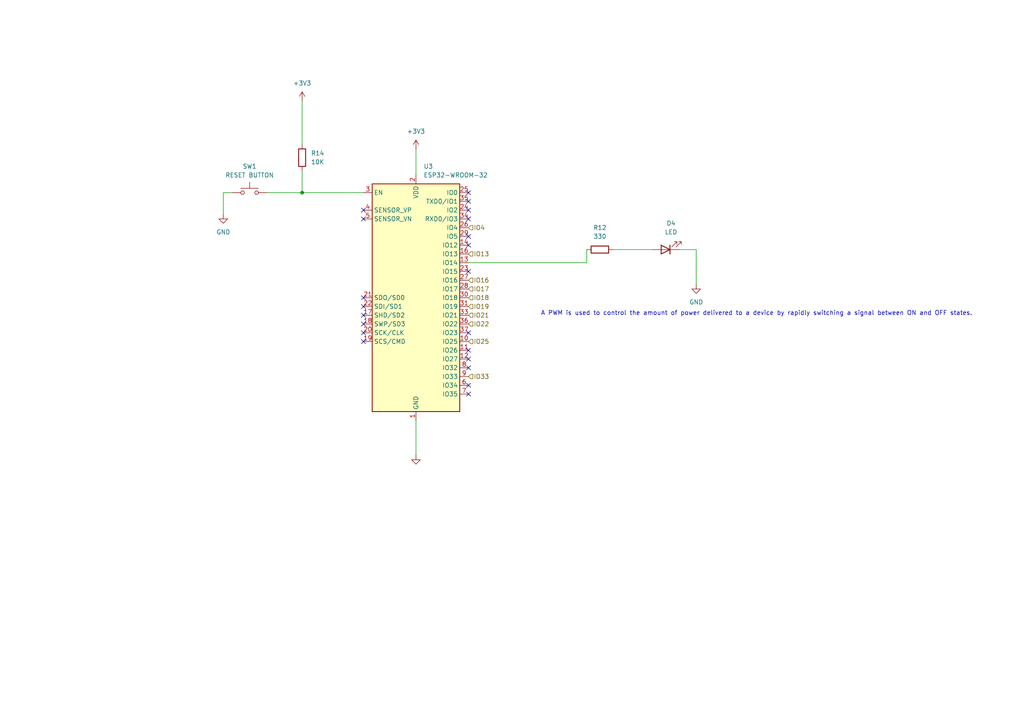
<source format=kicad_sch>
(kicad_sch
	(version 20231120)
	(generator "eeschema")
	(generator_version "8.0")
	(uuid "b27bed1e-0a68-4cc8-afcc-065b9608c4de")
	(paper "A4")
	(title_block
		(title "FARMTY MICROCONTROLLER ")
		(date "2025-02-20")
		(rev "1")
		(company "NGA ")
		(comment 1 "designed by Allan Ng'a ng'a Gacheru")
	)
	(lib_symbols
		(symbol "Device:LED"
			(pin_numbers hide)
			(pin_names
				(offset 1.016) hide)
			(exclude_from_sim no)
			(in_bom yes)
			(on_board yes)
			(property "Reference" "D"
				(at 0 2.54 0)
				(effects
					(font
						(size 1.27 1.27)
					)
				)
			)
			(property "Value" "LED"
				(at 0 -2.54 0)
				(effects
					(font
						(size 1.27 1.27)
					)
				)
			)
			(property "Footprint" ""
				(at 0 0 0)
				(effects
					(font
						(size 1.27 1.27)
					)
					(hide yes)
				)
			)
			(property "Datasheet" "~"
				(at 0 0 0)
				(effects
					(font
						(size 1.27 1.27)
					)
					(hide yes)
				)
			)
			(property "Description" "Light emitting diode"
				(at 0 0 0)
				(effects
					(font
						(size 1.27 1.27)
					)
					(hide yes)
				)
			)
			(property "ki_keywords" "LED diode"
				(at 0 0 0)
				(effects
					(font
						(size 1.27 1.27)
					)
					(hide yes)
				)
			)
			(property "ki_fp_filters" "LED* LED_SMD:* LED_THT:*"
				(at 0 0 0)
				(effects
					(font
						(size 1.27 1.27)
					)
					(hide yes)
				)
			)
			(symbol "LED_0_1"
				(polyline
					(pts
						(xy -1.27 -1.27) (xy -1.27 1.27)
					)
					(stroke
						(width 0.254)
						(type default)
					)
					(fill
						(type none)
					)
				)
				(polyline
					(pts
						(xy -1.27 0) (xy 1.27 0)
					)
					(stroke
						(width 0)
						(type default)
					)
					(fill
						(type none)
					)
				)
				(polyline
					(pts
						(xy 1.27 -1.27) (xy 1.27 1.27) (xy -1.27 0) (xy 1.27 -1.27)
					)
					(stroke
						(width 0.254)
						(type default)
					)
					(fill
						(type none)
					)
				)
				(polyline
					(pts
						(xy -3.048 -0.762) (xy -4.572 -2.286) (xy -3.81 -2.286) (xy -4.572 -2.286) (xy -4.572 -1.524)
					)
					(stroke
						(width 0)
						(type default)
					)
					(fill
						(type none)
					)
				)
				(polyline
					(pts
						(xy -1.778 -0.762) (xy -3.302 -2.286) (xy -2.54 -2.286) (xy -3.302 -2.286) (xy -3.302 -1.524)
					)
					(stroke
						(width 0)
						(type default)
					)
					(fill
						(type none)
					)
				)
			)
			(symbol "LED_1_1"
				(pin passive line
					(at -3.81 0 0)
					(length 2.54)
					(name "K"
						(effects
							(font
								(size 1.27 1.27)
							)
						)
					)
					(number "1"
						(effects
							(font
								(size 1.27 1.27)
							)
						)
					)
				)
				(pin passive line
					(at 3.81 0 180)
					(length 2.54)
					(name "A"
						(effects
							(font
								(size 1.27 1.27)
							)
						)
					)
					(number "2"
						(effects
							(font
								(size 1.27 1.27)
							)
						)
					)
				)
			)
		)
		(symbol "Device:R"
			(pin_numbers hide)
			(pin_names
				(offset 0)
			)
			(exclude_from_sim no)
			(in_bom yes)
			(on_board yes)
			(property "Reference" "R"
				(at 2.032 0 90)
				(effects
					(font
						(size 1.27 1.27)
					)
				)
			)
			(property "Value" "R"
				(at 0 0 90)
				(effects
					(font
						(size 1.27 1.27)
					)
				)
			)
			(property "Footprint" ""
				(at -1.778 0 90)
				(effects
					(font
						(size 1.27 1.27)
					)
					(hide yes)
				)
			)
			(property "Datasheet" "~"
				(at 0 0 0)
				(effects
					(font
						(size 1.27 1.27)
					)
					(hide yes)
				)
			)
			(property "Description" "Resistor"
				(at 0 0 0)
				(effects
					(font
						(size 1.27 1.27)
					)
					(hide yes)
				)
			)
			(property "ki_keywords" "R res resistor"
				(at 0 0 0)
				(effects
					(font
						(size 1.27 1.27)
					)
					(hide yes)
				)
			)
			(property "ki_fp_filters" "R_*"
				(at 0 0 0)
				(effects
					(font
						(size 1.27 1.27)
					)
					(hide yes)
				)
			)
			(symbol "R_0_1"
				(rectangle
					(start -1.016 -2.54)
					(end 1.016 2.54)
					(stroke
						(width 0.254)
						(type default)
					)
					(fill
						(type none)
					)
				)
			)
			(symbol "R_1_1"
				(pin passive line
					(at 0 3.81 270)
					(length 1.27)
					(name "~"
						(effects
							(font
								(size 1.27 1.27)
							)
						)
					)
					(number "1"
						(effects
							(font
								(size 1.27 1.27)
							)
						)
					)
				)
				(pin passive line
					(at 0 -3.81 90)
					(length 1.27)
					(name "~"
						(effects
							(font
								(size 1.27 1.27)
							)
						)
					)
					(number "2"
						(effects
							(font
								(size 1.27 1.27)
							)
						)
					)
				)
			)
		)
		(symbol "RF_Module:ESP32-WROOM-32"
			(exclude_from_sim no)
			(in_bom yes)
			(on_board yes)
			(property "Reference" "U"
				(at -12.7 34.29 0)
				(effects
					(font
						(size 1.27 1.27)
					)
					(justify left)
				)
			)
			(property "Value" "ESP32-WROOM-32"
				(at 1.27 34.29 0)
				(effects
					(font
						(size 1.27 1.27)
					)
					(justify left)
				)
			)
			(property "Footprint" "RF_Module:ESP32-WROOM-32"
				(at 0 -38.1 0)
				(effects
					(font
						(size 1.27 1.27)
					)
					(hide yes)
				)
			)
			(property "Datasheet" "https://www.espressif.com/sites/default/files/documentation/esp32-wroom-32_datasheet_en.pdf"
				(at -7.62 1.27 0)
				(effects
					(font
						(size 1.27 1.27)
					)
					(hide yes)
				)
			)
			(property "Description" "RF Module, ESP32-D0WDQ6 SoC, Wi-Fi 802.11b/g/n, Bluetooth, BLE, 32-bit, 2.7-3.6V, onboard antenna, SMD"
				(at 0 0 0)
				(effects
					(font
						(size 1.27 1.27)
					)
					(hide yes)
				)
			)
			(property "ki_keywords" "RF Radio BT ESP ESP32 Espressif onboard PCB antenna"
				(at 0 0 0)
				(effects
					(font
						(size 1.27 1.27)
					)
					(hide yes)
				)
			)
			(property "ki_fp_filters" "ESP32?WROOM?32*"
				(at 0 0 0)
				(effects
					(font
						(size 1.27 1.27)
					)
					(hide yes)
				)
			)
			(symbol "ESP32-WROOM-32_0_1"
				(rectangle
					(start -12.7 33.02)
					(end 12.7 -33.02)
					(stroke
						(width 0.254)
						(type default)
					)
					(fill
						(type background)
					)
				)
			)
			(symbol "ESP32-WROOM-32_1_1"
				(pin power_in line
					(at 0 -35.56 90)
					(length 2.54)
					(name "GND"
						(effects
							(font
								(size 1.27 1.27)
							)
						)
					)
					(number "1"
						(effects
							(font
								(size 1.27 1.27)
							)
						)
					)
				)
				(pin bidirectional line
					(at 15.24 -12.7 180)
					(length 2.54)
					(name "IO25"
						(effects
							(font
								(size 1.27 1.27)
							)
						)
					)
					(number "10"
						(effects
							(font
								(size 1.27 1.27)
							)
						)
					)
				)
				(pin bidirectional line
					(at 15.24 -15.24 180)
					(length 2.54)
					(name "IO26"
						(effects
							(font
								(size 1.27 1.27)
							)
						)
					)
					(number "11"
						(effects
							(font
								(size 1.27 1.27)
							)
						)
					)
				)
				(pin bidirectional line
					(at 15.24 -17.78 180)
					(length 2.54)
					(name "IO27"
						(effects
							(font
								(size 1.27 1.27)
							)
						)
					)
					(number "12"
						(effects
							(font
								(size 1.27 1.27)
							)
						)
					)
				)
				(pin bidirectional line
					(at 15.24 10.16 180)
					(length 2.54)
					(name "IO14"
						(effects
							(font
								(size 1.27 1.27)
							)
						)
					)
					(number "13"
						(effects
							(font
								(size 1.27 1.27)
							)
						)
					)
				)
				(pin bidirectional line
					(at 15.24 15.24 180)
					(length 2.54)
					(name "IO12"
						(effects
							(font
								(size 1.27 1.27)
							)
						)
					)
					(number "14"
						(effects
							(font
								(size 1.27 1.27)
							)
						)
					)
				)
				(pin passive line
					(at 0 -35.56 90)
					(length 2.54) hide
					(name "GND"
						(effects
							(font
								(size 1.27 1.27)
							)
						)
					)
					(number "15"
						(effects
							(font
								(size 1.27 1.27)
							)
						)
					)
				)
				(pin bidirectional line
					(at 15.24 12.7 180)
					(length 2.54)
					(name "IO13"
						(effects
							(font
								(size 1.27 1.27)
							)
						)
					)
					(number "16"
						(effects
							(font
								(size 1.27 1.27)
							)
						)
					)
				)
				(pin bidirectional line
					(at -15.24 -5.08 0)
					(length 2.54)
					(name "SHD/SD2"
						(effects
							(font
								(size 1.27 1.27)
							)
						)
					)
					(number "17"
						(effects
							(font
								(size 1.27 1.27)
							)
						)
					)
				)
				(pin bidirectional line
					(at -15.24 -7.62 0)
					(length 2.54)
					(name "SWP/SD3"
						(effects
							(font
								(size 1.27 1.27)
							)
						)
					)
					(number "18"
						(effects
							(font
								(size 1.27 1.27)
							)
						)
					)
				)
				(pin bidirectional line
					(at -15.24 -12.7 0)
					(length 2.54)
					(name "SCS/CMD"
						(effects
							(font
								(size 1.27 1.27)
							)
						)
					)
					(number "19"
						(effects
							(font
								(size 1.27 1.27)
							)
						)
					)
				)
				(pin power_in line
					(at 0 35.56 270)
					(length 2.54)
					(name "VDD"
						(effects
							(font
								(size 1.27 1.27)
							)
						)
					)
					(number "2"
						(effects
							(font
								(size 1.27 1.27)
							)
						)
					)
				)
				(pin bidirectional line
					(at -15.24 -10.16 0)
					(length 2.54)
					(name "SCK/CLK"
						(effects
							(font
								(size 1.27 1.27)
							)
						)
					)
					(number "20"
						(effects
							(font
								(size 1.27 1.27)
							)
						)
					)
				)
				(pin bidirectional line
					(at -15.24 0 0)
					(length 2.54)
					(name "SDO/SD0"
						(effects
							(font
								(size 1.27 1.27)
							)
						)
					)
					(number "21"
						(effects
							(font
								(size 1.27 1.27)
							)
						)
					)
				)
				(pin bidirectional line
					(at -15.24 -2.54 0)
					(length 2.54)
					(name "SDI/SD1"
						(effects
							(font
								(size 1.27 1.27)
							)
						)
					)
					(number "22"
						(effects
							(font
								(size 1.27 1.27)
							)
						)
					)
				)
				(pin bidirectional line
					(at 15.24 7.62 180)
					(length 2.54)
					(name "IO15"
						(effects
							(font
								(size 1.27 1.27)
							)
						)
					)
					(number "23"
						(effects
							(font
								(size 1.27 1.27)
							)
						)
					)
				)
				(pin bidirectional line
					(at 15.24 25.4 180)
					(length 2.54)
					(name "IO2"
						(effects
							(font
								(size 1.27 1.27)
							)
						)
					)
					(number "24"
						(effects
							(font
								(size 1.27 1.27)
							)
						)
					)
				)
				(pin bidirectional line
					(at 15.24 30.48 180)
					(length 2.54)
					(name "IO0"
						(effects
							(font
								(size 1.27 1.27)
							)
						)
					)
					(number "25"
						(effects
							(font
								(size 1.27 1.27)
							)
						)
					)
				)
				(pin bidirectional line
					(at 15.24 20.32 180)
					(length 2.54)
					(name "IO4"
						(effects
							(font
								(size 1.27 1.27)
							)
						)
					)
					(number "26"
						(effects
							(font
								(size 1.27 1.27)
							)
						)
					)
				)
				(pin bidirectional line
					(at 15.24 5.08 180)
					(length 2.54)
					(name "IO16"
						(effects
							(font
								(size 1.27 1.27)
							)
						)
					)
					(number "27"
						(effects
							(font
								(size 1.27 1.27)
							)
						)
					)
				)
				(pin bidirectional line
					(at 15.24 2.54 180)
					(length 2.54)
					(name "IO17"
						(effects
							(font
								(size 1.27 1.27)
							)
						)
					)
					(number "28"
						(effects
							(font
								(size 1.27 1.27)
							)
						)
					)
				)
				(pin bidirectional line
					(at 15.24 17.78 180)
					(length 2.54)
					(name "IO5"
						(effects
							(font
								(size 1.27 1.27)
							)
						)
					)
					(number "29"
						(effects
							(font
								(size 1.27 1.27)
							)
						)
					)
				)
				(pin input line
					(at -15.24 30.48 0)
					(length 2.54)
					(name "EN"
						(effects
							(font
								(size 1.27 1.27)
							)
						)
					)
					(number "3"
						(effects
							(font
								(size 1.27 1.27)
							)
						)
					)
				)
				(pin bidirectional line
					(at 15.24 0 180)
					(length 2.54)
					(name "IO18"
						(effects
							(font
								(size 1.27 1.27)
							)
						)
					)
					(number "30"
						(effects
							(font
								(size 1.27 1.27)
							)
						)
					)
				)
				(pin bidirectional line
					(at 15.24 -2.54 180)
					(length 2.54)
					(name "IO19"
						(effects
							(font
								(size 1.27 1.27)
							)
						)
					)
					(number "31"
						(effects
							(font
								(size 1.27 1.27)
							)
						)
					)
				)
				(pin no_connect line
					(at -12.7 -27.94 0)
					(length 2.54) hide
					(name "NC"
						(effects
							(font
								(size 1.27 1.27)
							)
						)
					)
					(number "32"
						(effects
							(font
								(size 1.27 1.27)
							)
						)
					)
				)
				(pin bidirectional line
					(at 15.24 -5.08 180)
					(length 2.54)
					(name "IO21"
						(effects
							(font
								(size 1.27 1.27)
							)
						)
					)
					(number "33"
						(effects
							(font
								(size 1.27 1.27)
							)
						)
					)
				)
				(pin bidirectional line
					(at 15.24 22.86 180)
					(length 2.54)
					(name "RXD0/IO3"
						(effects
							(font
								(size 1.27 1.27)
							)
						)
					)
					(number "34"
						(effects
							(font
								(size 1.27 1.27)
							)
						)
					)
				)
				(pin bidirectional line
					(at 15.24 27.94 180)
					(length 2.54)
					(name "TXD0/IO1"
						(effects
							(font
								(size 1.27 1.27)
							)
						)
					)
					(number "35"
						(effects
							(font
								(size 1.27 1.27)
							)
						)
					)
				)
				(pin bidirectional line
					(at 15.24 -7.62 180)
					(length 2.54)
					(name "IO22"
						(effects
							(font
								(size 1.27 1.27)
							)
						)
					)
					(number "36"
						(effects
							(font
								(size 1.27 1.27)
							)
						)
					)
				)
				(pin bidirectional line
					(at 15.24 -10.16 180)
					(length 2.54)
					(name "IO23"
						(effects
							(font
								(size 1.27 1.27)
							)
						)
					)
					(number "37"
						(effects
							(font
								(size 1.27 1.27)
							)
						)
					)
				)
				(pin passive line
					(at 0 -35.56 90)
					(length 2.54) hide
					(name "GND"
						(effects
							(font
								(size 1.27 1.27)
							)
						)
					)
					(number "38"
						(effects
							(font
								(size 1.27 1.27)
							)
						)
					)
				)
				(pin passive line
					(at 0 -35.56 90)
					(length 2.54) hide
					(name "GND"
						(effects
							(font
								(size 1.27 1.27)
							)
						)
					)
					(number "39"
						(effects
							(font
								(size 1.27 1.27)
							)
						)
					)
				)
				(pin input line
					(at -15.24 25.4 0)
					(length 2.54)
					(name "SENSOR_VP"
						(effects
							(font
								(size 1.27 1.27)
							)
						)
					)
					(number "4"
						(effects
							(font
								(size 1.27 1.27)
							)
						)
					)
				)
				(pin input line
					(at -15.24 22.86 0)
					(length 2.54)
					(name "SENSOR_VN"
						(effects
							(font
								(size 1.27 1.27)
							)
						)
					)
					(number "5"
						(effects
							(font
								(size 1.27 1.27)
							)
						)
					)
				)
				(pin input line
					(at 15.24 -25.4 180)
					(length 2.54)
					(name "IO34"
						(effects
							(font
								(size 1.27 1.27)
							)
						)
					)
					(number "6"
						(effects
							(font
								(size 1.27 1.27)
							)
						)
					)
				)
				(pin input line
					(at 15.24 -27.94 180)
					(length 2.54)
					(name "IO35"
						(effects
							(font
								(size 1.27 1.27)
							)
						)
					)
					(number "7"
						(effects
							(font
								(size 1.27 1.27)
							)
						)
					)
				)
				(pin bidirectional line
					(at 15.24 -20.32 180)
					(length 2.54)
					(name "IO32"
						(effects
							(font
								(size 1.27 1.27)
							)
						)
					)
					(number "8"
						(effects
							(font
								(size 1.27 1.27)
							)
						)
					)
				)
				(pin bidirectional line
					(at 15.24 -22.86 180)
					(length 2.54)
					(name "IO33"
						(effects
							(font
								(size 1.27 1.27)
							)
						)
					)
					(number "9"
						(effects
							(font
								(size 1.27 1.27)
							)
						)
					)
				)
			)
		)
		(symbol "Switch:SW_Push"
			(pin_numbers hide)
			(pin_names
				(offset 1.016) hide)
			(exclude_from_sim no)
			(in_bom yes)
			(on_board yes)
			(property "Reference" "SW"
				(at 1.27 2.54 0)
				(effects
					(font
						(size 1.27 1.27)
					)
					(justify left)
				)
			)
			(property "Value" "SW_Push"
				(at 0 -1.524 0)
				(effects
					(font
						(size 1.27 1.27)
					)
				)
			)
			(property "Footprint" ""
				(at 0 5.08 0)
				(effects
					(font
						(size 1.27 1.27)
					)
					(hide yes)
				)
			)
			(property "Datasheet" "~"
				(at 0 5.08 0)
				(effects
					(font
						(size 1.27 1.27)
					)
					(hide yes)
				)
			)
			(property "Description" "Push button switch, generic, two pins"
				(at 0 0 0)
				(effects
					(font
						(size 1.27 1.27)
					)
					(hide yes)
				)
			)
			(property "ki_keywords" "switch normally-open pushbutton push-button"
				(at 0 0 0)
				(effects
					(font
						(size 1.27 1.27)
					)
					(hide yes)
				)
			)
			(symbol "SW_Push_0_1"
				(circle
					(center -2.032 0)
					(radius 0.508)
					(stroke
						(width 0)
						(type default)
					)
					(fill
						(type none)
					)
				)
				(polyline
					(pts
						(xy 0 1.27) (xy 0 3.048)
					)
					(stroke
						(width 0)
						(type default)
					)
					(fill
						(type none)
					)
				)
				(polyline
					(pts
						(xy 2.54 1.27) (xy -2.54 1.27)
					)
					(stroke
						(width 0)
						(type default)
					)
					(fill
						(type none)
					)
				)
				(circle
					(center 2.032 0)
					(radius 0.508)
					(stroke
						(width 0)
						(type default)
					)
					(fill
						(type none)
					)
				)
				(pin passive line
					(at -5.08 0 0)
					(length 2.54)
					(name "1"
						(effects
							(font
								(size 1.27 1.27)
							)
						)
					)
					(number "1"
						(effects
							(font
								(size 1.27 1.27)
							)
						)
					)
				)
				(pin passive line
					(at 5.08 0 180)
					(length 2.54)
					(name "2"
						(effects
							(font
								(size 1.27 1.27)
							)
						)
					)
					(number "2"
						(effects
							(font
								(size 1.27 1.27)
							)
						)
					)
				)
			)
		)
		(symbol "power:+1V1"
			(power)
			(pin_numbers hide)
			(pin_names
				(offset 0) hide)
			(exclude_from_sim no)
			(in_bom yes)
			(on_board yes)
			(property "Reference" "#PWR"
				(at 0 -3.81 0)
				(effects
					(font
						(size 1.27 1.27)
					)
					(hide yes)
				)
			)
			(property "Value" "+1V1"
				(at 0 3.556 0)
				(effects
					(font
						(size 1.27 1.27)
					)
				)
			)
			(property "Footprint" ""
				(at 0 0 0)
				(effects
					(font
						(size 1.27 1.27)
					)
					(hide yes)
				)
			)
			(property "Datasheet" ""
				(at 0 0 0)
				(effects
					(font
						(size 1.27 1.27)
					)
					(hide yes)
				)
			)
			(property "Description" "Power symbol creates a global label with name \"+1V1\""
				(at 0 0 0)
				(effects
					(font
						(size 1.27 1.27)
					)
					(hide yes)
				)
			)
			(property "ki_keywords" "global power"
				(at 0 0 0)
				(effects
					(font
						(size 1.27 1.27)
					)
					(hide yes)
				)
			)
			(symbol "+1V1_0_1"
				(polyline
					(pts
						(xy -0.762 1.27) (xy 0 2.54)
					)
					(stroke
						(width 0)
						(type default)
					)
					(fill
						(type none)
					)
				)
				(polyline
					(pts
						(xy 0 0) (xy 0 2.54)
					)
					(stroke
						(width 0)
						(type default)
					)
					(fill
						(type none)
					)
				)
				(polyline
					(pts
						(xy 0 2.54) (xy 0.762 1.27)
					)
					(stroke
						(width 0)
						(type default)
					)
					(fill
						(type none)
					)
				)
			)
			(symbol "+1V1_1_1"
				(pin power_in line
					(at 0 0 90)
					(length 0)
					(name "~"
						(effects
							(font
								(size 1.27 1.27)
							)
						)
					)
					(number "1"
						(effects
							(font
								(size 1.27 1.27)
							)
						)
					)
				)
			)
		)
		(symbol "power:GND"
			(power)
			(pin_numbers hide)
			(pin_names
				(offset 0) hide)
			(exclude_from_sim no)
			(in_bom yes)
			(on_board yes)
			(property "Reference" "#PWR"
				(at 0 -6.35 0)
				(effects
					(font
						(size 1.27 1.27)
					)
					(hide yes)
				)
			)
			(property "Value" "GND"
				(at 0 -3.81 0)
				(effects
					(font
						(size 1.27 1.27)
					)
				)
			)
			(property "Footprint" ""
				(at 0 0 0)
				(effects
					(font
						(size 1.27 1.27)
					)
					(hide yes)
				)
			)
			(property "Datasheet" ""
				(at 0 0 0)
				(effects
					(font
						(size 1.27 1.27)
					)
					(hide yes)
				)
			)
			(property "Description" "Power symbol creates a global label with name \"GND\" , ground"
				(at 0 0 0)
				(effects
					(font
						(size 1.27 1.27)
					)
					(hide yes)
				)
			)
			(property "ki_keywords" "global power"
				(at 0 0 0)
				(effects
					(font
						(size 1.27 1.27)
					)
					(hide yes)
				)
			)
			(symbol "GND_0_1"
				(polyline
					(pts
						(xy 0 0) (xy 0 -1.27) (xy 1.27 -1.27) (xy 0 -2.54) (xy -1.27 -1.27) (xy 0 -1.27)
					)
					(stroke
						(width 0)
						(type default)
					)
					(fill
						(type none)
					)
				)
			)
			(symbol "GND_1_1"
				(pin power_in line
					(at 0 0 270)
					(length 0)
					(name "~"
						(effects
							(font
								(size 1.27 1.27)
							)
						)
					)
					(number "1"
						(effects
							(font
								(size 1.27 1.27)
							)
						)
					)
				)
			)
		)
	)
	(junction
		(at 87.63 55.88)
		(diameter 0)
		(color 0 0 0 0)
		(uuid "723c059e-c201-4413-9bbf-4d5ad8c96b5d")
	)
	(no_connect
		(at 135.89 60.96)
		(uuid "0014d530-4201-483d-940c-1f6da3b69306")
	)
	(no_connect
		(at 135.89 78.74)
		(uuid "0922ac9f-ce36-48a7-b77e-f1771afa9efd")
	)
	(no_connect
		(at 135.89 63.5)
		(uuid "1c9124c3-a149-454d-838f-02a98a865189")
	)
	(no_connect
		(at 135.89 111.76)
		(uuid "206052d5-7c38-4be3-b696-cda6a5e3eed1")
	)
	(no_connect
		(at 135.89 104.14)
		(uuid "24329d51-5780-4db0-8acf-def4f00e41e2")
	)
	(no_connect
		(at 135.89 68.58)
		(uuid "2d4856e7-ff23-421b-a115-7708d74152db")
	)
	(no_connect
		(at 135.89 55.88)
		(uuid "2ee69d87-12fb-46eb-ab4c-0232c94dfa28")
	)
	(no_connect
		(at 135.89 101.6)
		(uuid "5385b505-9512-422e-8e53-b435fcfe2b81")
	)
	(no_connect
		(at 105.41 99.06)
		(uuid "5a64ffcb-7421-4303-9b8f-67559d8f3320")
	)
	(no_connect
		(at 135.89 58.42)
		(uuid "5e124c55-f0f7-43b8-82a3-efcbee0135e4")
	)
	(no_connect
		(at 105.41 96.52)
		(uuid "7d370a12-fdd3-46ee-a4b7-d4d332d4c213")
	)
	(no_connect
		(at 105.41 88.9)
		(uuid "8f1d8c1e-59e5-495c-8c3b-19d7a640b305")
	)
	(no_connect
		(at 105.41 93.98)
		(uuid "acb164f8-415e-4c44-aecd-e5b69d7c2cdf")
	)
	(no_connect
		(at 105.41 60.96)
		(uuid "c4dc9847-ee16-4454-8f80-dc0fffec7cbf")
	)
	(no_connect
		(at 135.89 96.52)
		(uuid "dd84c213-1313-45f1-8e15-5cdd81ca870b")
	)
	(no_connect
		(at 105.41 86.36)
		(uuid "e3e7591a-0e98-4db1-9f0d-8d771769d8d8")
	)
	(no_connect
		(at 105.41 63.5)
		(uuid "e4f4855f-c80c-47fd-bb7d-062317fecf3e")
	)
	(no_connect
		(at 135.89 106.68)
		(uuid "edffda13-6b08-4e69-a2f8-1cd720330255")
	)
	(no_connect
		(at 135.89 114.3)
		(uuid "f0cd5e74-d5d5-41b6-b31c-5786e99232dc")
	)
	(no_connect
		(at 135.89 71.12)
		(uuid "f8a39702-c935-4bba-8778-00e0cc0a12bc")
	)
	(no_connect
		(at 105.41 91.44)
		(uuid "fa120c08-388a-441d-b200-c685a0392fcb")
	)
	(wire
		(pts
			(xy 87.63 29.21) (xy 87.63 41.91)
		)
		(stroke
			(width 0)
			(type default)
		)
		(uuid "0ef64539-622a-4f64-a841-a8087aef7703")
	)
	(wire
		(pts
			(xy 135.89 76.2) (xy 170.18 76.2)
		)
		(stroke
			(width 0)
			(type default)
		)
		(uuid "2853919e-911a-469d-ab12-31b11a0dc6bd")
	)
	(wire
		(pts
			(xy 87.63 49.53) (xy 87.63 55.88)
		)
		(stroke
			(width 0)
			(type default)
		)
		(uuid "321849e1-6431-487f-a09a-44db4510ebe5")
	)
	(wire
		(pts
			(xy 64.77 55.88) (xy 64.77 62.23)
		)
		(stroke
			(width 0)
			(type default)
		)
		(uuid "3edce2b4-3a1b-40e1-83a6-c80013ce46df")
	)
	(wire
		(pts
			(xy 177.8 72.39) (xy 189.23 72.39)
		)
		(stroke
			(width 0)
			(type default)
		)
		(uuid "3f0094f7-435a-4ba5-9a6e-4f0ba6d7e01e")
	)
	(wire
		(pts
			(xy 120.65 121.92) (xy 120.65 132.08)
		)
		(stroke
			(width 0)
			(type default)
		)
		(uuid "59c6bf7b-7a53-4f7f-a837-cf5c0fbb17d4")
	)
	(wire
		(pts
			(xy 196.85 72.39) (xy 201.93 72.39)
		)
		(stroke
			(width 0)
			(type default)
		)
		(uuid "bb2f79dd-2987-4e8d-8021-bec1e69bd4c7")
	)
	(wire
		(pts
			(xy 67.31 55.88) (xy 64.77 55.88)
		)
		(stroke
			(width 0)
			(type default)
		)
		(uuid "c6eb1f3a-7abf-4bf2-82c0-2bfee2fe89f0")
	)
	(wire
		(pts
			(xy 201.93 72.39) (xy 201.93 82.55)
		)
		(stroke
			(width 0)
			(type default)
		)
		(uuid "ce45d5ce-98b8-494d-a3b3-c94e6d88e9d7")
	)
	(wire
		(pts
			(xy 87.63 55.88) (xy 105.41 55.88)
		)
		(stroke
			(width 0)
			(type default)
		)
		(uuid "d8cb9284-aa56-428d-ba28-b21a084c6276")
	)
	(wire
		(pts
			(xy 77.47 55.88) (xy 87.63 55.88)
		)
		(stroke
			(width 0)
			(type default)
		)
		(uuid "ebbabe3c-1f55-40f0-a4a9-ca6f6fc9cecd")
	)
	(wire
		(pts
			(xy 170.18 76.2) (xy 170.18 72.39)
		)
		(stroke
			(width 0)
			(type default)
		)
		(uuid "ed4acf34-d026-4676-8854-55f65f889f28")
	)
	(wire
		(pts
			(xy 120.65 43.18) (xy 120.65 50.8)
		)
		(stroke
			(width 0)
			(type default)
		)
		(uuid "eeecf1c8-7eb5-48ca-89de-47d3ae328aca")
	)
	(text "A PWM is used to control the amount of power delivered to a device by rapidly switching a signal between ON and OFF states."
		(exclude_from_sim no)
		(at 219.456 90.932 0)
		(effects
			(font
				(size 1.27 1.27)
			)
		)
		(uuid "7f336fcc-78ea-4fae-ac07-e4a044278172")
	)
	(hierarchical_label "IO17"
		(shape input)
		(at 135.89 83.82 0)
		(effects
			(font
				(size 1.27 1.27)
			)
			(justify left)
		)
		(uuid "0e82e97f-659c-40e7-9e1d-d55ce8ecb4de")
	)
	(hierarchical_label "IO33"
		(shape input)
		(at 135.89 109.22 0)
		(effects
			(font
				(size 1.27 1.27)
			)
			(justify left)
		)
		(uuid "1c4b7839-8619-4290-8c9d-69784f323674")
	)
	(hierarchical_label "IO19"
		(shape input)
		(at 135.89 88.9 0)
		(effects
			(font
				(size 1.27 1.27)
			)
			(justify left)
		)
		(uuid "20781bf8-b6d2-4003-a4b4-a78a7803437d")
	)
	(hierarchical_label "IO16 "
		(shape input)
		(at 135.89 81.28 0)
		(effects
			(font
				(size 1.27 1.27)
			)
			(justify left)
		)
		(uuid "32c72e40-81e7-4549-bd30-96430ad904c7")
	)
	(hierarchical_label "IO21"
		(shape input)
		(at 135.89 91.44 0)
		(effects
			(font
				(size 1.27 1.27)
			)
			(justify left)
		)
		(uuid "427b98ae-38d1-4b53-acea-b8504dcacf3d")
	)
	(hierarchical_label "IO18"
		(shape input)
		(at 135.89 86.36 0)
		(effects
			(font
				(size 1.27 1.27)
			)
			(justify left)
		)
		(uuid "53ed9449-6fc3-480c-add2-a929ce2b6df5")
	)
	(hierarchical_label "IO22 "
		(shape input)
		(at 135.89 93.98 0)
		(effects
			(font
				(size 1.27 1.27)
			)
			(justify left)
		)
		(uuid "69d9079e-2333-49da-a6ea-04a782b09642")
	)
	(hierarchical_label "IO4"
		(shape input)
		(at 135.89 66.04 0)
		(effects
			(font
				(size 1.27 1.27)
			)
			(justify left)
		)
		(uuid "6e89da58-9f6f-40ab-8fd4-b3debd2ddc40")
	)
	(hierarchical_label "IO13"
		(shape input)
		(at 135.89 73.66 0)
		(effects
			(font
				(size 1.27 1.27)
			)
			(justify left)
		)
		(uuid "b4cb793e-2863-4a7d-87f3-4dcb360fec0b")
	)
	(hierarchical_label "IO25"
		(shape input)
		(at 135.89 99.06 0)
		(effects
			(font
				(size 1.27 1.27)
			)
			(justify left)
		)
		(uuid "d0d19176-a4c1-469b-b879-4746824aabbe")
	)
	(symbol
		(lib_id "power:GND")
		(at 120.65 132.08 0)
		(unit 1)
		(exclude_from_sim no)
		(in_bom yes)
		(on_board yes)
		(dnp no)
		(fields_autoplaced yes)
		(uuid "2e4e7f7c-152a-47cd-be18-99a1dfece8ca")
		(property "Reference" "#PWR08"
			(at 120.65 138.43 0)
			(effects
				(font
					(size 1.27 1.27)
				)
				(hide yes)
			)
		)
		(property "Value" "GND"
			(at 120.65 137.16 0)
			(effects
				(font
					(size 1.27 1.27)
				)
				(hide yes)
			)
		)
		(property "Footprint" ""
			(at 120.65 132.08 0)
			(effects
				(font
					(size 1.27 1.27)
				)
				(hide yes)
			)
		)
		(property "Datasheet" ""
			(at 120.65 132.08 0)
			(effects
				(font
					(size 1.27 1.27)
				)
				(hide yes)
			)
		)
		(property "Description" "Power symbol creates a global label with name \"GND\" , ground"
			(at 120.65 132.08 0)
			(effects
				(font
					(size 1.27 1.27)
				)
				(hide yes)
			)
		)
		(pin "1"
			(uuid "e2fdee3f-0bac-4df6-9370-9d3c9b618cb4")
		)
		(instances
			(project ""
				(path "/0fdfe1ab-72bc-4993-b1c2-70ee1668a905/34679acc-d502-4c29-81ed-9b36771b1965"
					(reference "#PWR08")
					(unit 1)
				)
			)
		)
	)
	(symbol
		(lib_id "Device:LED")
		(at 193.04 72.39 180)
		(unit 1)
		(exclude_from_sim no)
		(in_bom yes)
		(on_board yes)
		(dnp no)
		(fields_autoplaced yes)
		(uuid "43082030-3c28-4d9e-ac5d-070741a0268a")
		(property "Reference" "D4"
			(at 194.6275 64.77 0)
			(effects
				(font
					(size 1.27 1.27)
				)
			)
		)
		(property "Value" "LED"
			(at 194.6275 67.31 0)
			(effects
				(font
					(size 1.27 1.27)
				)
			)
		)
		(property "Footprint" "LED_THT:LED_D3.0mm"
			(at 193.04 72.39 0)
			(effects
				(font
					(size 1.27 1.27)
				)
				(hide yes)
			)
		)
		(property "Datasheet" "~"
			(at 193.04 72.39 0)
			(effects
				(font
					(size 1.27 1.27)
				)
				(hide yes)
			)
		)
		(property "Description" "Light emitting diode"
			(at 193.04 72.39 0)
			(effects
				(font
					(size 1.27 1.27)
				)
				(hide yes)
			)
		)
		(pin "2"
			(uuid "84d24f84-61ca-4f94-b3a9-9aec2cbc8a3e")
		)
		(pin "1"
			(uuid "4ac4889e-d58e-4546-892d-d8fb2ac6b3c1")
		)
		(instances
			(project ""
				(path "/0fdfe1ab-72bc-4993-b1c2-70ee1668a905/34679acc-d502-4c29-81ed-9b36771b1965"
					(reference "D4")
					(unit 1)
				)
			)
		)
	)
	(symbol
		(lib_id "Device:R")
		(at 173.99 72.39 90)
		(unit 1)
		(exclude_from_sim no)
		(in_bom yes)
		(on_board yes)
		(dnp no)
		(fields_autoplaced yes)
		(uuid "5298f045-eb4f-4d43-b28b-249f6b78ffd2")
		(property "Reference" "R12"
			(at 173.99 66.04 90)
			(effects
				(font
					(size 1.27 1.27)
				)
			)
		)
		(property "Value" "330"
			(at 173.99 68.58 90)
			(effects
				(font
					(size 1.27 1.27)
				)
			)
		)
		(property "Footprint" "Resistor_THT:R_Axial_DIN0414_L11.9mm_D4.5mm_P15.24mm_Horizontal"
			(at 173.99 74.168 90)
			(effects
				(font
					(size 1.27 1.27)
				)
				(hide yes)
			)
		)
		(property "Datasheet" "~"
			(at 173.99 72.39 0)
			(effects
				(font
					(size 1.27 1.27)
				)
				(hide yes)
			)
		)
		(property "Description" "Resistor"
			(at 173.99 72.39 0)
			(effects
				(font
					(size 1.27 1.27)
				)
				(hide yes)
			)
		)
		(property "Sim.Device" "R"
			(at 173.99 72.39 0)
			(effects
				(font
					(size 1.27 1.27)
				)
				(hide yes)
			)
		)
		(property "Sim.Pins" "1=+ 2=-"
			(at 173.99 72.39 0)
			(effects
				(font
					(size 1.27 1.27)
				)
				(hide yes)
			)
		)
		(pin "2"
			(uuid "48caecf9-7b1c-4f68-8644-aaab0e6487b9")
		)
		(pin "1"
			(uuid "9301a2fc-8e7b-41cc-a26a-52ca73f0a527")
		)
		(instances
			(project ""
				(path "/0fdfe1ab-72bc-4993-b1c2-70ee1668a905/34679acc-d502-4c29-81ed-9b36771b1965"
					(reference "R12")
					(unit 1)
				)
			)
		)
	)
	(symbol
		(lib_id "power:GND")
		(at 201.93 82.55 0)
		(unit 1)
		(exclude_from_sim no)
		(in_bom yes)
		(on_board yes)
		(dnp no)
		(fields_autoplaced yes)
		(uuid "562e73c8-2279-4f54-946f-faf980a18b73")
		(property "Reference" "#PWR013"
			(at 201.93 88.9 0)
			(effects
				(font
					(size 1.27 1.27)
				)
				(hide yes)
			)
		)
		(property "Value" "GND"
			(at 201.93 87.63 0)
			(effects
				(font
					(size 1.27 1.27)
				)
			)
		)
		(property "Footprint" ""
			(at 201.93 82.55 0)
			(effects
				(font
					(size 1.27 1.27)
				)
				(hide yes)
			)
		)
		(property "Datasheet" ""
			(at 201.93 82.55 0)
			(effects
				(font
					(size 1.27 1.27)
				)
				(hide yes)
			)
		)
		(property "Description" "Power symbol creates a global label with name \"GND\" , ground"
			(at 201.93 82.55 0)
			(effects
				(font
					(size 1.27 1.27)
				)
				(hide yes)
			)
		)
		(pin "1"
			(uuid "0f895dd9-3075-4234-9b0f-799449fe3457")
		)
		(instances
			(project ""
				(path "/0fdfe1ab-72bc-4993-b1c2-70ee1668a905/34679acc-d502-4c29-81ed-9b36771b1965"
					(reference "#PWR013")
					(unit 1)
				)
			)
		)
	)
	(symbol
		(lib_id "RF_Module:ESP32-WROOM-32")
		(at 120.65 86.36 0)
		(unit 1)
		(exclude_from_sim no)
		(in_bom yes)
		(on_board yes)
		(dnp no)
		(fields_autoplaced yes)
		(uuid "7b0aee82-6cbf-4dae-86ac-7c62563060ab")
		(property "Reference" "U3"
			(at 122.8441 48.26 0)
			(effects
				(font
					(size 1.27 1.27)
				)
				(justify left)
			)
		)
		(property "Value" "ESP32-WROOM-32"
			(at 122.8441 50.8 0)
			(effects
				(font
					(size 1.27 1.27)
				)
				(justify left)
			)
		)
		(property "Footprint" "RF_Module:ESP32-WROOM-32"
			(at 120.65 124.46 0)
			(effects
				(font
					(size 1.27 1.27)
				)
				(hide yes)
			)
		)
		(property "Datasheet" "https://www.espressif.com/sites/default/files/documentation/esp32-wroom-32_datasheet_en.pdf"
			(at 113.03 85.09 0)
			(effects
				(font
					(size 1.27 1.27)
				)
				(hide yes)
			)
		)
		(property "Description" "RF Module, ESP32-D0WDQ6 SoC, Wi-Fi 802.11b/g/n, Bluetooth, BLE, 32-bit, 2.7-3.6V, onboard antenna, SMD"
			(at 120.65 86.36 0)
			(effects
				(font
					(size 1.27 1.27)
				)
				(hide yes)
			)
		)
		(pin "1"
			(uuid "1828d951-286d-4dfb-8f85-e1b9bba4bac7")
		)
		(pin "10"
			(uuid "49c405eb-076b-4da3-82b2-4ed95fe771ca")
		)
		(pin "11"
			(uuid "c8507f4d-c209-4fd1-a6d7-e771f37af7ff")
		)
		(pin "12"
			(uuid "d39b1c3f-57a5-478c-8d98-18b783e0b297")
		)
		(pin "13"
			(uuid "da972601-eb0c-4d3c-9bec-8d1dab742ba7")
		)
		(pin "14"
			(uuid "043be7db-ff16-4184-a673-2344077dcb3d")
		)
		(pin "15"
			(uuid "66d83be1-282b-4621-8c0e-bd09b447f0dc")
		)
		(pin "16"
			(uuid "efab0815-e0e2-47e0-b6bb-3e4e02ccba17")
		)
		(pin "17"
			(uuid "03365be7-9274-45f8-85bc-5f7f92e7f991")
		)
		(pin "18"
			(uuid "b2b7ab03-a372-41dc-8330-09268259adc4")
		)
		(pin "32"
			(uuid "50a94c42-d1e4-44c6-a5a4-92fb5a092713")
		)
		(pin "24"
			(uuid "231ef55f-6806-41b9-9026-e202ed4f66e4")
		)
		(pin "2"
			(uuid "a6f464b9-d507-4a7a-9f83-4e92e9f96892")
		)
		(pin "25"
			(uuid "3ba967a4-3ee5-4f06-91d7-fa2f6dcf79e0")
		)
		(pin "27"
			(uuid "c92bd345-e3c7-45c7-907f-cd386336a303")
		)
		(pin "23"
			(uuid "83677c1b-78de-44aa-a687-48857f2c9bd3")
		)
		(pin "29"
			(uuid "792c51cd-971c-41a8-aabc-8a4c6c6503f7")
		)
		(pin "22"
			(uuid "7d7a9ee5-bb2c-4d63-b869-bb9689769f25")
		)
		(pin "28"
			(uuid "2cb5df23-f44a-4846-9ad1-e053d43a5442")
		)
		(pin "33"
			(uuid "b7c991e7-d488-492c-bd85-5620613dd27f")
		)
		(pin "20"
			(uuid "0345b4e0-7944-46e5-b3bb-482150a5762d")
		)
		(pin "36"
			(uuid "85ef2b37-39bf-4c05-bdc2-27f240ad73d8")
		)
		(pin "37"
			(uuid "1c4bede2-4ce9-4ff3-a5be-15174b362bc9")
		)
		(pin "30"
			(uuid "0b83ca8d-8b04-4889-860a-0eb27b1ea774")
		)
		(pin "3"
			(uuid "6d83679a-4bd3-4988-8b96-d1b09ad45009")
		)
		(pin "35"
			(uuid "27c4f4b7-3f45-4713-b73a-8b2fd2a54d89")
		)
		(pin "21"
			(uuid "351158db-3f19-4005-b3d1-1b6a1b960bcb")
		)
		(pin "38"
			(uuid "289a0fc4-9aac-499b-ba5d-180889e31e36")
		)
		(pin "26"
			(uuid "150a054c-aba2-400b-82ac-12802d9e12f2")
		)
		(pin "19"
			(uuid "2b84d679-5920-4721-af78-b4bb48cf9b66")
		)
		(pin "31"
			(uuid "62a5c292-2dde-4512-af83-a6ae05c647fa")
		)
		(pin "34"
			(uuid "1c3987d5-3d7e-4306-8670-8e2fdce7d9d4")
		)
		(pin "39"
			(uuid "1d461e16-37df-428e-9f87-13518b633e3d")
		)
		(pin "4"
			(uuid "d6bfb136-6d69-4d49-bd0e-9a9161866397")
		)
		(pin "5"
			(uuid "4c2e33e8-99a4-4b9e-8d13-fca1f7e585a4")
		)
		(pin "6"
			(uuid "8b4c202b-249d-4dd9-9000-999b87928947")
		)
		(pin "7"
			(uuid "cb94471f-96ef-46c5-8f11-93a9faed0b06")
		)
		(pin "8"
			(uuid "b2049301-78d9-47e3-b7ab-9d5fd3ce42c4")
		)
		(pin "9"
			(uuid "a7d5122d-eb9a-4ccb-ad2e-fec9fef4b761")
		)
		(instances
			(project ""
				(path "/0fdfe1ab-72bc-4993-b1c2-70ee1668a905/34679acc-d502-4c29-81ed-9b36771b1965"
					(reference "U3")
					(unit 1)
				)
			)
		)
	)
	(symbol
		(lib_id "power:+1V1")
		(at 87.63 29.21 0)
		(unit 1)
		(exclude_from_sim no)
		(in_bom yes)
		(on_board yes)
		(dnp no)
		(fields_autoplaced yes)
		(uuid "859b7a91-39ab-4e20-a7b1-e014fba0cf90")
		(property "Reference" "#PWR044"
			(at 87.63 33.02 0)
			(effects
				(font
					(size 1.27 1.27)
				)
				(hide yes)
			)
		)
		(property "Value" "+3V3"
			(at 87.63 24.13 0)
			(effects
				(font
					(size 1.27 1.27)
				)
			)
		)
		(property "Footprint" ""
			(at 87.63 29.21 0)
			(effects
				(font
					(size 1.27 1.27)
				)
				(hide yes)
			)
		)
		(property "Datasheet" ""
			(at 87.63 29.21 0)
			(effects
				(font
					(size 1.27 1.27)
				)
				(hide yes)
			)
		)
		(property "Description" "Power symbol creates a global label with name \"+1V1\""
			(at 87.63 29.21 0)
			(effects
				(font
					(size 1.27 1.27)
				)
				(hide yes)
			)
		)
		(pin "1"
			(uuid "10bc30be-5824-411a-9d84-00bac079c636")
		)
		(instances
			(project ""
				(path "/0fdfe1ab-72bc-4993-b1c2-70ee1668a905/34679acc-d502-4c29-81ed-9b36771b1965"
					(reference "#PWR044")
					(unit 1)
				)
			)
		)
	)
	(symbol
		(lib_id "Switch:SW_Push")
		(at 72.39 55.88 0)
		(unit 1)
		(exclude_from_sim no)
		(in_bom yes)
		(on_board yes)
		(dnp no)
		(fields_autoplaced yes)
		(uuid "91f0494d-4f86-4370-a640-5d8d9c425309")
		(property "Reference" "SW1"
			(at 72.39 48.26 0)
			(effects
				(font
					(size 1.27 1.27)
				)
			)
		)
		(property "Value" "RESET BUTTON"
			(at 72.39 50.8 0)
			(effects
				(font
					(size 1.27 1.27)
				)
			)
		)
		(property "Footprint" "Button_Switch_THT:SW_DIP_SPSTx01_Slide_9.78x4.72mm_W7.62mm_P2.54mm"
			(at 72.39 50.8 0)
			(effects
				(font
					(size 1.27 1.27)
				)
				(hide yes)
			)
		)
		(property "Datasheet" "~"
			(at 72.39 50.8 0)
			(effects
				(font
					(size 1.27 1.27)
				)
				(hide yes)
			)
		)
		(property "Description" "Push button switch, generic, two pins"
			(at 72.39 55.88 0)
			(effects
				(font
					(size 1.27 1.27)
				)
				(hide yes)
			)
		)
		(pin "2"
			(uuid "1162476f-08da-45d9-be5f-92f8a8c2a7c3")
		)
		(pin "1"
			(uuid "1b77d4c1-636b-49c9-8a57-afa66b4b58c3")
		)
		(instances
			(project ""
				(path "/0fdfe1ab-72bc-4993-b1c2-70ee1668a905/34679acc-d502-4c29-81ed-9b36771b1965"
					(reference "SW1")
					(unit 1)
				)
			)
		)
	)
	(symbol
		(lib_id "power:GND")
		(at 64.77 62.23 0)
		(unit 1)
		(exclude_from_sim no)
		(in_bom yes)
		(on_board yes)
		(dnp no)
		(fields_autoplaced yes)
		(uuid "a3a5ae99-3374-41d5-a95b-2bbacf1b5242")
		(property "Reference" "#PWR043"
			(at 64.77 68.58 0)
			(effects
				(font
					(size 1.27 1.27)
				)
				(hide yes)
			)
		)
		(property "Value" "GND"
			(at 64.77 67.31 0)
			(effects
				(font
					(size 1.27 1.27)
				)
			)
		)
		(property "Footprint" ""
			(at 64.77 62.23 0)
			(effects
				(font
					(size 1.27 1.27)
				)
				(hide yes)
			)
		)
		(property "Datasheet" ""
			(at 64.77 62.23 0)
			(effects
				(font
					(size 1.27 1.27)
				)
				(hide yes)
			)
		)
		(property "Description" "Power symbol creates a global label with name \"GND\" , ground"
			(at 64.77 62.23 0)
			(effects
				(font
					(size 1.27 1.27)
				)
				(hide yes)
			)
		)
		(pin "1"
			(uuid "346b60fe-de1b-4677-bb8f-8ab0ca3ac21d")
		)
		(instances
			(project ""
				(path "/0fdfe1ab-72bc-4993-b1c2-70ee1668a905/34679acc-d502-4c29-81ed-9b36771b1965"
					(reference "#PWR043")
					(unit 1)
				)
			)
		)
	)
	(symbol
		(lib_id "power:+1V1")
		(at 120.65 43.18 0)
		(unit 1)
		(exclude_from_sim no)
		(in_bom yes)
		(on_board yes)
		(dnp no)
		(fields_autoplaced yes)
		(uuid "a6cebb4b-a028-4257-993f-38b65f6ec8ca")
		(property "Reference" "#PWR012"
			(at 120.65 46.99 0)
			(effects
				(font
					(size 1.27 1.27)
				)
				(hide yes)
			)
		)
		(property "Value" "+3V3"
			(at 120.65 38.1 0)
			(effects
				(font
					(size 1.27 1.27)
				)
			)
		)
		(property "Footprint" ""
			(at 120.65 43.18 0)
			(effects
				(font
					(size 1.27 1.27)
				)
				(hide yes)
			)
		)
		(property "Datasheet" ""
			(at 120.65 43.18 0)
			(effects
				(font
					(size 1.27 1.27)
				)
				(hide yes)
			)
		)
		(property "Description" "Power symbol creates a global label with name \"+1V1\""
			(at 120.65 43.18 0)
			(effects
				(font
					(size 1.27 1.27)
				)
				(hide yes)
			)
		)
		(pin "1"
			(uuid "a72cd7ac-7d94-4fe5-8291-d84fc58850b9")
		)
		(instances
			(project ""
				(path "/0fdfe1ab-72bc-4993-b1c2-70ee1668a905/34679acc-d502-4c29-81ed-9b36771b1965"
					(reference "#PWR012")
					(unit 1)
				)
			)
		)
	)
	(symbol
		(lib_id "Device:R")
		(at 87.63 45.72 0)
		(unit 1)
		(exclude_from_sim no)
		(in_bom yes)
		(on_board yes)
		(dnp no)
		(fields_autoplaced yes)
		(uuid "b79a77d0-cd7f-4cae-894c-d7a66ab919ad")
		(property "Reference" "R14"
			(at 90.17 44.4499 0)
			(effects
				(font
					(size 1.27 1.27)
				)
				(justify left)
			)
		)
		(property "Value" "10K"
			(at 90.17 46.9899 0)
			(effects
				(font
					(size 1.27 1.27)
				)
				(justify left)
			)
		)
		(property "Footprint" "Resistor_THT:R_Axial_DIN0411_L9.9mm_D3.6mm_P12.70mm_Horizontal"
			(at 85.852 45.72 90)
			(effects
				(font
					(size 1.27 1.27)
				)
				(hide yes)
			)
		)
		(property "Datasheet" "~"
			(at 87.63 45.72 0)
			(effects
				(font
					(size 1.27 1.27)
				)
				(hide yes)
			)
		)
		(property "Description" "Resistor"
			(at 87.63 45.72 0)
			(effects
				(font
					(size 1.27 1.27)
				)
				(hide yes)
			)
		)
		(pin "1"
			(uuid "3ae02003-3c08-468b-86b1-bbe31d36e9c2")
		)
		(pin "2"
			(uuid "db31f295-9c02-4e18-bfe9-d5a0f6d221c3")
		)
		(instances
			(project ""
				(path "/0fdfe1ab-72bc-4993-b1c2-70ee1668a905/34679acc-d502-4c29-81ed-9b36771b1965"
					(reference "R14")
					(unit 1)
				)
			)
		)
	)
)

</source>
